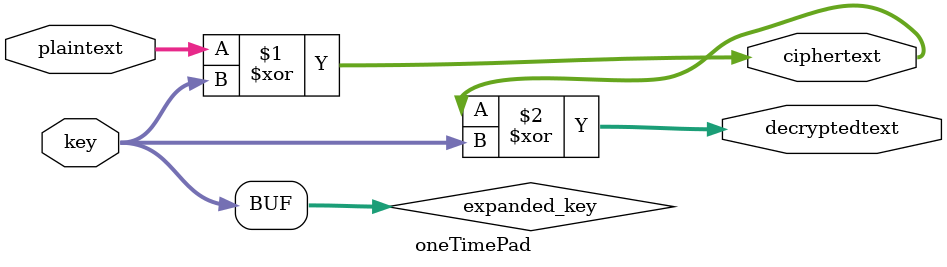
<source format=v>
module oneTimePad #(
  parameter N = 8, // Tamanho padrão da chave
  parameter M = 8  // Tamanho padrão do texto
)(
  input wire [M-1:0] plaintext,
  input wire [N-1:0] key,
  output wire [M-1:0] ciphertext,
  output wire [M-1:0] decryptedtext
);

  // Replicar a chave para que ela tenha o mesmo tamanho que o texto
  wire [M-1:0] expanded_key;
  genvar i;
  generate
    for (i = 0; i < M; i=i+1) begin : key_replication
      assign expanded_key[i] = key[i % N]; // Repetir a chave conforme necessário
    end
  endgenerate

  // XOR operation for encryption
  assign ciphertext = plaintext ^ expanded_key;
  
  // XOR operation for decryption
  assign decryptedtext = ciphertext ^ expanded_key;

endmodule

</source>
